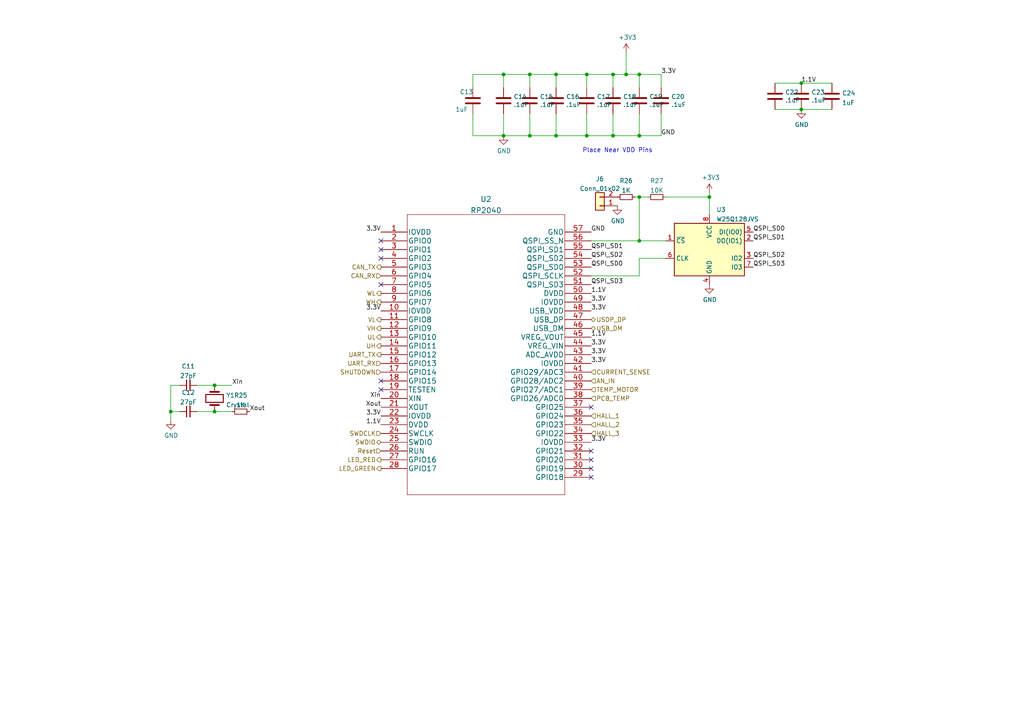
<source format=kicad_sch>
(kicad_sch (version 20211123) (generator eeschema)
  (paper "A4")
  (title_block (title "xESC BLDC Controller") (date "2021-12-01") (rev "2.0") (company "Clemens Elflein") (comment 1 "Creative Commons Attribution-NonCommercial-ShareAlike 4.0 International License.") (comment 2 "Licensed under "))
  (lib_symbols
    (symbol "Connector_Generic:Conn_01x02" (pin_names (offset 1.016) hide)
      (property "Reference" "J" (at 0 2.54 0))
      (property "Value" "Conn_01x02" (at 0 -5.08 0))
      (symbol "Conn_01x02_1_1"
        (rectangle (start -1.27 -2.413) (end 0 -2.667) (stroke (width 0.1524)))
        (rectangle (start -1.27 0.127) (end 0 -0.127) (stroke (width 0.1524)))
        (rectangle (start -1.27 1.27) (end 1.27 -3.81) (stroke (width 0.254)) (fill (type background)))
        (pin passive line (at -5.08 0 0) (length 3.81) (name "Pin_1") (number "1"))
        (pin passive line (at -5.08 -2.54 0) (length 3.81) (name "Pin_2") (number "2"))
      )
    )
    (symbol "Device:C" (pin_numbers hide) (pin_names (offset 0.254))
      (property "Reference" "C" (at 0.635 2.54 0))
      (property "Value" "C" (at 0.635 -2.54 0))
      (symbol "C_0_1"
        (polyline (pts (xy -2.032 -0.762) (xy 2.032 -0.762)) (stroke (width 0.508)))
        (polyline (pts (xy -2.032 0.762) (xy 2.032 0.762)) (stroke (width 0.508)))
      )
      (symbol "C_1_1"
        (pin passive line (at 0 3.81 270) (length 2.794) (name "~") (number "1"))
        (pin passive line (at 0 -3.81 90) (length 2.794) (name "~") (number "2"))
      )
    )
    (symbol "Device:C_Small" (pin_numbers hide) (pin_names (offset 0.254) hide)
      (property "Reference" "C" (at 0.254 1.778 0))
      (property "Value" "C_Small" (at 0.254 -2.032 0))
      (symbol "C_Small_0_1"
        (polyline (pts (xy -1.524 -0.508) (xy 1.524 -0.508)) (stroke (width 0.3302)))
        (polyline (pts (xy -1.524 0.508) (xy 1.524 0.508)) (stroke (width 0.3048)))
      )
      (symbol "C_Small_1_1"
        (pin passive line (at 0 2.54 270) (length 2.032) (name "~") (number "1"))
        (pin passive line (at 0 -2.54 90) (length 2.032) (name "~") (number "2"))
      )
    )
    (symbol "Device:Crystal" (pin_numbers hide) (pin_names (offset 1.016) hide)
      (property "Reference" "Y" (at 0 3.81 0))
      (property "Value" "Crystal" (at 0 -3.81 0))
      (symbol "Crystal_0_1"
        (rectangle (start -1.143 2.54) (end 1.143 -2.54) (stroke (width 0.3048)))
        (polyline (pts (xy -2.54 0) (xy -1.905 0)))
        (polyline (pts (xy -1.905 -1.27) (xy -1.905 1.27)) (stroke (width 0.508)))
        (polyline (pts (xy 1.905 -1.27) (xy 1.905 1.27)) (stroke (width 0.508)))
        (polyline (pts (xy 2.54 0) (xy 1.905 0)))
      )
      (symbol "Crystal_1_1"
        (pin passive line (at -3.81 0 0) (length 1.27) (name "1") (number "1"))
        (pin passive line (at 3.81 0 180) (length 1.27) (name "2") (number "2"))
      )
    )
    (symbol "Device:R_Small" (pin_numbers hide) (pin_names (offset 0.254) hide)
      (property "Reference" "R" (at 0.762 0.508 0))
      (property "Value" "R_Small" (at 0.762 -1.016 0))
      (symbol "R_Small_0_1"
        (rectangle (start -0.762 1.778) (end 0.762 -1.778) (stroke (width 0.2032)))
      )
      (symbol "R_Small_1_1"
        (pin passive line (at 0 2.54 270) (length 0.762) (name "~") (number "1"))
        (pin passive line (at 0 -2.54 90) (length 0.762) (name "~") (number "2"))
      )
    )
    (symbol "Memory_Flash:W25Q128JVS"
      (property "Reference" "U" (at -8.89 8.89 0))
      (property "Value" "W25Q128JVS" (at 7.62 8.89 0))
      (symbol "W25Q128JVS_0_1"
        (rectangle (start -10.16 7.62) (end 10.16 -7.62) (stroke (width 0.254)) (fill (type background)))
      )
      (symbol "W25Q128JVS_1_1"
        (pin input line (at -12.7 2.54 0) (length 2.54) (name "~{CS}") (number "1"))
        (pin bidirectional line (at 12.7 2.54 180) (length 2.54) (name "DO(IO1)") (number "2"))
        (pin bidirectional line (at 12.7 -2.54 180) (length 2.54) (name "IO2") (number "3"))
        (pin power_in line (at 0 -10.16 90) (length 2.54) (name "GND") (number "4"))
        (pin bidirectional line (at 12.7 5.08 180) (length 2.54) (name "DI(IO0)") (number "5"))
        (pin input line (at -12.7 -2.54 0) (length 2.54) (name "CLK") (number "6"))
        (pin bidirectional line (at 12.7 -5.08 180) (length 2.54) (name "IO3") (number "7"))
        (pin power_in line (at 0 10.16 270) (length 2.54) (name "VCC") (number "8"))
      )
    )
    (symbol "OpenMower:RP2040" (pin_names (offset 0.254))
      (property "Reference" "U" (at 30.48 10.16 0))
      (property "Value" "RP2040" (at 30.48 7.62 0))
      (symbol "RP2040_1_1"
        (polyline (pts (xy 7.62 -76.2) (xy 53.34 -76.2)) (stroke (width 0.127)))
        (polyline (pts (xy 7.62 5.08) (xy 7.62 -76.2)) (stroke (width 0.127)))
        (polyline (pts (xy 53.34 -76.2) (xy 53.34 5.08)) (stroke (width 0.127)))
        (polyline (pts (xy 53.34 5.08) (xy 7.62 5.08)) (stroke (width 0.127)))
        (pin power_in line (at 0 0 0) (length 7.62) (name "IOVDD") (number "1"))
        (pin power_in line (at 0 -22.86 0) (length 7.62) (name "IOVDD") (number "10"))
        (pin bidirectional line (at 0 -25.4 0) (length 7.62) (name "GPIO8") (number "11"))
        (pin bidirectional line (at 0 -27.94 0) (length 7.62) (name "GPIO9") (number "12"))
        (pin bidirectional line (at 0 -30.48 0) (length 7.62) (name "GPIO10") (number "13"))
        (pin bidirectional line (at 0 -33.02 0) (length 7.62) (name "GPIO11") (number "14"))
        (pin bidirectional line (at 0 -35.56 0) (length 7.62) (name "GPIO12") (number "15"))
        (pin bidirectional line (at 0 -38.1 0) (length 7.62) (name "GPIO13") (number "16"))
        (pin bidirectional line (at 0 -40.64 0) (length 7.62) (name "GPIO14") (number "17"))
        (pin bidirectional line (at 0 -43.18 0) (length 7.62) (name "GPIO15") (number "18"))
        (pin unspecified line (at 0 -45.72 0) (length 7.62) (name "TESTEN") (number "19"))
        (pin bidirectional line (at 0 -2.54 0) (length 7.62) (name "GPIO0") (number "2"))
        (pin unspecified line (at 0 -48.26 0) (length 7.62) (name "XIN") (number "20"))
        (pin output line (at 0 -50.8 0) (length 7.62) (name "XOUT") (number "21"))
        (pin power_in line (at 0 -53.34 0) (length 7.62) (name "IOVDD") (number "22"))
        (pin power_in line (at 0 -55.88 0) (length 7.62) (name "DVDD") (number "23"))
        (pin unspecified line (at 0 -58.42 0) (length 7.62) (name "SWCLK") (number "24"))
        (pin unspecified line (at 0 -60.96 0) (length 7.62) (name "SWDIO") (number "25"))
        (pin unspecified line (at 0 -63.5 0) (length 7.62) (name "RUN") (number "26"))
        (pin bidirectional line (at 0 -66.04 0) (length 7.62) (name "GPIO16") (number "27"))
        (pin bidirectional line (at 0 -68.58 0) (length 7.62) (name "GPIO17") (number "28"))
        (pin bidirectional line (at 60.96 -71.12 180) (length 7.62) (name "GPIO18") (number "29"))
        (pin bidirectional line (at 0 -5.08 0) (length 7.62) (name "GPIO1") (number "3"))
        (pin bidirectional line (at 60.96 -68.58 180) (length 7.62) (name "GPIO19") (number "30"))
        (pin bidirectional line (at 60.96 -66.04 180) (length 7.62) (name "GPIO20") (number "31"))
        (pin bidirectional line (at 60.96 -63.5 180) (length 7.62) (name "GPIO21") (number "32"))
        (pin power_in line (at 60.96 -60.96 180) (length 7.62) (name "IOVDD") (number "33"))
        (pin bidirectional line (at 60.96 -58.42 180) (length 7.62) (name "GPIO22") (number "34"))
        (pin bidirectional line (at 60.96 -55.88 180) (length 7.62) (name "GPIO23") (number "35"))
        (pin bidirectional line (at 60.96 -53.34 180) (length 7.62) (name "GPIO24") (number "36"))
        (pin bidirectional line (at 60.96 -50.8 180) (length 7.62) (name "GPIO25") (number "37"))
        (pin bidirectional line (at 60.96 -48.26 180) (length 7.62) (name "GPIO26/ADC0") (number "38"))
        (pin bidirectional line (at 60.96 -45.72 180) (length 7.62) (name "GPIO27/ADC1") (number "39"))
        (pin bidirectional line (at 0 -7.62 0) (length 7.62) (name "GPIO2") (number "4"))
        (pin bidirectional line (at 60.96 -43.18 180) (length 7.62) (name "GPIO28/ADC2") (number "40"))
        (pin bidirectional line (at 60.96 -40.64 180) (length 7.62) (name "GPIO29/ADC3") (number "41"))
        (pin power_in line (at 60.96 -38.1 180) (length 7.62) (name "IOVDD") (number "42"))
        (pin power_in line (at 60.96 -35.56 180) (length 7.62) (name "ADC_AVDD") (number "43"))
        (pin unspecified line (at 60.96 -33.02 180) (length 7.62) (name "VREG_VIN") (number "44"))
        (pin output line (at 60.96 -30.48 180) (length 7.62) (name "VREG_VOUT") (number "45"))
        (pin unspecified line (at 60.96 -27.94 180) (length 7.62) (name "USB_DM") (number "46"))
        (pin unspecified line (at 60.96 -25.4 180) (length 7.62) (name "USB_DP") (number "47"))
        (pin power_in line (at 60.96 -22.86 180) (length 7.62) (name "USB_VDD") (number "48"))
        (pin power_in line (at 60.96 -20.32 180) (length 7.62) (name "IOVDD") (number "49"))
        (pin bidirectional line (at 0 -10.16 0) (length 7.62) (name "GPIO3") (number "5"))
        (pin power_in line (at 60.96 -17.78 180) (length 7.62) (name "DVDD") (number "50"))
        (pin bidirectional line (at 60.96 -15.24 180) (length 7.62) (name "QSPI_SD3") (number "51"))
        (pin unspecified line (at 60.96 -12.7 180) (length 7.62) (name "QSPI_SCLK") (number "52"))
        (pin bidirectional line (at 60.96 -10.16 180) (length 7.62) (name "QSPI_SD0") (number "53"))
        (pin bidirectional line (at 60.96 -7.62 180) (length 7.62) (name "QSPI_SD2") (number "54"))
        (pin bidirectional line (at 60.96 -5.08 180) (length 7.62) (name "QSPI_SD1") (number "55"))
        (pin unspecified line (at 60.96 -2.54 180) (length 7.62) (name "QSPI_SS_N") (number "56"))
        (pin power_in line (at 60.96 0 180) (length 7.62) (name "GND") (number "57"))
        (pin bidirectional line (at 0 -12.7 0) (length 7.62) (name "GPIO4") (number "6"))
        (pin bidirectional line (at 0 -15.24 0) (length 7.62) (name "GPIO5") (number "7"))
        (pin bidirectional line (at 0 -17.78 0) (length 7.62) (name "GPIO6") (number "8"))
        (pin bidirectional line (at 0 -20.32 0) (length 7.62) (name "GPIO7") (number "9"))
      )
    )
    (symbol "power:+3.3V" (power) (pin_names (offset 0))
      (property "Value" "+3.3V" (at 0 3.556 0))
      (symbol "+3.3V_0_1"
        (polyline (pts (xy -0.762 1.27) (xy 0 2.54)))
        (polyline (pts (xy 0 0) (xy 0 2.54)))
        (polyline (pts (xy 0 2.54) (xy 0.762 1.27)))
      )
      (symbol "+3.3V_1_1"
        (pin power_in line (at 0 0 90) (length 0) hide (name "+3V3") (number "1"))
      )
    )
    (symbol "power:GND" (power) (pin_names (offset 0))
      (property "Value" "GND" (at 0 -3.81 0))
      (symbol "GND_0_1"
        (polyline (pts (xy 0 0) (xy 0 -1.27) (xy 1.27 -1.27) (xy 0 -2.54) (xy -1.27 -1.27) (xy 0 -1.27)))
      )
      (symbol "GND_1_1"
        (pin power_in line (at 0 0 270) (length 0) hide (name "GND") (number "1"))
      )
    )
  )
  (junction (at 153.67 21.59))
  (junction (at 232.41 24.13))
  (junction (at 62.23 111.76))
  (junction (at 185.42 39.37))
  (junction (at 205.74 57.15))
  (junction (at 146.05 39.37))
  (junction (at 161.29 21.59))
  (junction (at 185.42 21.59))
  (junction (at 177.8 21.59))
  (junction (at 181.61 21.59))
  (junction (at 49.53 119.38))
  (junction (at 170.18 39.37))
  (junction (at 161.29 39.37))
  (junction (at 232.41 31.75))
  (junction (at 153.67 39.37))
  (junction (at 62.23 119.38))
  (junction (at 185.42 57.15))
  (junction (at 146.05 21.59))
  (junction (at 185.42 69.85))
  (junction (at 170.18 21.59))
  (junction (at 177.8 39.37))
  (no_connect (at 110.49 110.49))
  (no_connect (at 171.45 130.81))
  (no_connect (at 171.45 118.11))
  (no_connect (at 110.49 72.39))
  (no_connect (at 110.49 74.93))
  (no_connect (at 110.49 69.85))
  (no_connect (at 110.49 82.55))
  (no_connect (at 110.49 113.03))
  (no_connect (at 171.45 138.43))
  (no_connect (at 171.45 135.89))
  (no_connect (at 171.45 133.35))
  (wire (pts (xy 185.42 74.93) (xy 185.42 80.01)))
  (wire (pts (xy 170.18 39.37) (xy 177.8 39.37)))
  (wire (pts (xy 185.42 57.15) (xy 187.96 57.15)))
  (wire (pts (xy 57.15 111.76) (xy 62.23 111.76)))
  (wire (pts (xy 153.67 21.59) (xy 161.29 21.59)))
  (wire (pts (xy 185.42 69.85) (xy 193.04 69.85)))
  (wire (pts (xy 184.15 57.15) (xy 185.42 57.15)))
  (wire (pts (xy 170.18 25.4) (xy 170.18 21.59)))
  (wire (pts (xy 205.74 57.15) (xy 205.74 62.23)))
  (wire (pts (xy 146.05 21.59) (xy 137.16 21.59)))
  (wire (pts (xy 153.67 25.4) (xy 153.67 21.59)))
  (wire (pts (xy 185.42 25.4) (xy 185.42 21.59)))
  (wire (pts (xy 153.67 39.37) (xy 161.29 39.37)))
  (wire (pts (xy 49.53 111.76) (xy 49.53 119.38)))
  (wire (pts (xy 232.41 31.75) (xy 241.3 31.75)))
  (wire (pts (xy 185.42 80.01) (xy 171.45 80.01)))
  (wire (pts (xy 193.04 74.93) (xy 185.42 74.93)))
  (wire (pts (xy 193.04 57.15) (xy 205.74 57.15)))
  (wire (pts (xy 185.42 57.15) (xy 185.42 69.85)))
  (wire (pts (xy 170.18 33.02) (xy 170.18 39.37)))
  (wire (pts (xy 181.61 15.24) (xy 181.61 21.59)))
  (wire (pts (xy 49.53 119.38) (xy 52.07 119.38)))
  (wire (pts (xy 161.29 21.59) (xy 170.18 21.59)))
  (wire (pts (xy 232.41 24.13) (xy 241.3 24.13)))
  (wire (pts (xy 153.67 33.02) (xy 153.67 39.37)))
  (wire (pts (xy 49.53 119.38) (xy 49.53 121.92)))
  (wire (pts (xy 185.42 39.37) (xy 191.77 39.37)))
  (wire (pts (xy 191.77 21.59) (xy 191.77 25.4)))
  (wire (pts (xy 224.79 31.75) (xy 232.41 31.75)))
  (wire (pts (xy 161.29 33.02) (xy 161.29 39.37)))
  (wire (pts (xy 146.05 25.4) (xy 146.05 21.59)))
  (wire (pts (xy 224.79 24.13) (xy 232.41 24.13)))
  (wire (pts (xy 137.16 39.37) (xy 146.05 39.37)))
  (wire (pts (xy 185.42 33.02) (xy 185.42 39.37)))
  (wire (pts (xy 181.61 21.59) (xy 185.42 21.59)))
  (wire (pts (xy 161.29 25.4) (xy 161.29 21.59)))
  (wire (pts (xy 146.05 21.59) (xy 153.67 21.59)))
  (wire (pts (xy 177.8 39.37) (xy 177.8 33.02)))
  (wire (pts (xy 137.16 21.59) (xy 137.16 25.4)))
  (wire (pts (xy 146.05 33.02) (xy 146.05 39.37)))
  (wire (pts (xy 191.77 39.37) (xy 191.77 33.02)))
  (wire (pts (xy 205.74 57.15) (xy 205.74 55.88)))
  (wire (pts (xy 62.23 119.38) (xy 67.31 119.38)))
  (wire (pts (xy 177.8 25.4) (xy 177.8 21.59)))
  (wire (pts (xy 146.05 39.37) (xy 153.67 39.37)))
  (wire (pts (xy 185.42 21.59) (xy 191.77 21.59)))
  (wire (pts (xy 171.45 69.85) (xy 185.42 69.85)))
  (wire (pts (xy 62.23 111.76) (xy 67.31 111.76)))
  (wire (pts (xy 170.18 21.59) (xy 177.8 21.59)))
  (wire (pts (xy 161.29 39.37) (xy 170.18 39.37)))
  (wire (pts (xy 57.15 119.38) (xy 62.23 119.38)))
  (wire (pts (xy 137.16 33.02) (xy 137.16 39.37)))
  (wire (pts (xy 177.8 21.59) (xy 181.61 21.59)))
  (wire (pts (xy 52.07 111.76) (xy 49.53 111.76)))
  (wire (pts (xy 177.8 39.37) (xy 185.42 39.37)))
  (text "Place Near VDD Pins" (at 168.91 44.45 0) (effects (font (size 1.27 1.27)) (justify left bottom)))
  (label "QSPI_SD1" (at 171.45 72.39 0))
  (label "QSPI_SD2" (at 218.44 74.93 0))
  (label "QSPI_SD1" (at 218.44 69.85 0))
  (label "3.3V" (at 110.49 67.31 180))
  (label "QSPI_SD3" (at 218.44 77.47 0))
  (label "Xout" (at 110.49 118.11 180))
  (label "3.3V" (at 171.45 105.41 0))
  (label "Xin" (at 110.49 115.57 180))
  (label "GND" (at 171.45 67.31 0))
  (label "3.3V" (at 171.45 102.87 0))
  (label "1.1V" (at 232.41 24.13 0))
  (label "3.3V" (at 110.49 90.17 180))
  (label "3.3V" (at 110.49 120.65 180))
  (label "3.3V" (at 171.45 90.17 0))
  (label "QSPI_SD0" (at 218.44 67.31 0))
  (label "Xout" (at 72.39 119.38 0))
  (label "QSPI_SD2" (at 171.45 74.93 0))
  (label "QSPI_SD0" (at 171.45 77.47 0))
  (label "1.1V" (at 171.45 97.79 0))
  (label "3.3V" (at 171.45 128.27 0))
  (label "1.1V" (at 171.45 85.09 0))
  (label "GND" (at 191.77 39.37 0))
  (label "3.3V" (at 191.77 21.59 0))
  (label "1.1V" (at 110.49 123.19 180))
  (label "3.3V" (at 171.45 87.63 0))
  (label "3.3V" (at 171.45 100.33 0))
  (label "Xin" (at 67.31 111.76 0))
  (label "QSPI_SD3" (at 171.45 82.55 0))
  (hierarchical_label "CAN_TX" (shape output) (at 110.49 77.47 180))
  (hierarchical_label "USDP_DP" (shape bidirectional) (at 171.45 92.71 0))
  (hierarchical_label "UART_RX" (shape input) (at 110.49 105.41 180))
  (hierarchical_label "CAN_RX" (shape input) (at 110.49 80.01 180))
  (hierarchical_label "TEMP_MOTOR" (shape input) (at 171.45 113.03 0))
  (hierarchical_label "UL" (shape output) (at 110.49 97.79 180))
  (hierarchical_label "Reset" (shape input) (at 110.49 130.81 180))
  (hierarchical_label "VH" (shape output) (at 110.49 95.25 180))
  (hierarchical_label "SWDCLK" (shape input) (at 110.49 125.73 180))
  (hierarchical_label "WH" (shape output) (at 110.49 87.63 180))
  (hierarchical_label "AN_IN" (shape input) (at 171.45 110.49 0))
  (hierarchical_label "PCB_TEMP" (shape input) (at 171.45 115.57 0))
  (hierarchical_label "HALL_1" (shape input) (at 171.45 120.65 0))
  (hierarchical_label "USB_DM" (shape bidirectional) (at 171.45 95.25 0))
  (hierarchical_label "UART_TX" (shape output) (at 110.49 102.87 180))
  (hierarchical_label "SWDIO" (shape bidirectional) (at 110.49 128.27 180))
  (hierarchical_label "CURRENT_SENSE" (shape input) (at 171.45 107.95 0))
  (hierarchical_label "SHUTDOWN" (shape input) (at 110.49 107.95 180))
  (hierarchical_label "UH" (shape output) (at 110.49 100.33 180))
  (hierarchical_label "WL" (shape output) (at 110.49 85.09 180))
  (hierarchical_label "LED_RED" (shape output) (at 110.49 133.35 180))
  (hierarchical_label "HALL_2" (shape input) (at 171.45 123.19 0))
  (hierarchical_label "VL" (shape output) (at 110.49 92.71 180))
  (hierarchical_label "LED_GREEN" (shape output) (at 110.49 135.89 180))
  (hierarchical_label "HALL_3" (shape input) (at 171.45 125.73 0))
  (symbol (lib_id "Device:C") (at 170.18 29.21 0) (unit 1)
    (property "Reference" "C17" (at 173.101 28.0416 0) (effects (justify left)))
    (property "Value" ".1uF" (at 173.101 30.353 0) (effects (justify left)))
    (property "Footprint" "Capacitor_SMD:C_0603_1608Metric" (effects hide))
    (property "Digikey" "490-1331-1-ND" (effects hide))
    (property "Part Number" "CL10B104KC8NNNC" (effects hide))
    (property "Stock_PN" "C-603-.1uF-100V-X7R" (effects hide))
  )
  (symbol (lib_id "Device:C") (at 177.8 29.21 0) (unit 1)
    (property "Reference" "C18" (at 180.721 28.0416 0) (effects (justify left)))
    (property "Value" ".1uF" (at 180.721 30.353 0) (effects (justify left)))
    (property "Footprint" "Capacitor_SMD:C_0603_1608Metric" (effects hide))
    (property "Digikey" "490-1331-1-ND" (effects hide))
    (property "Part Number" "CL10B104KC8NNNC" (effects hide))
    (property "Stock_PN" "C-603-.1uF-100V-X7R" (effects hide))
  )
  (symbol (lib_id "Device:C") (at 185.42 29.21 0) (unit 1)
    (property "Reference" "C19" (at 188.341 28.0416 0) (effects (justify left)))
    (property "Value" ".1uF" (at 188.341 30.353 0) (effects (justify left)))
    (property "Footprint" "Capacitor_SMD:C_0603_1608Metric" (effects hide))
    (property "Digikey" "490-1331-1-ND" (effects hide))
    (property "Part Number" "CL10B104KC8NNNC" (effects hide))
    (property "Stock_PN" "C-603-.1uF-100V-X7R" (effects hide))
  )
  (symbol (lib_id "Device:C") (at 191.77 29.21 0) (unit 1)
    (property "Reference" "C20" (at 194.691 28.0416 0) (effects (justify left)))
    (property "Value" ".1uF" (at 194.691 30.353 0) (effects (justify left)))
    (property "Footprint" "Capacitor_SMD:C_0603_1608Metric" (effects hide))
    (property "Digikey" "490-1331-1-ND" (effects hide))
    (property "Part Number" "CL10B104KC8NNNC" (effects hide))
    (property "Stock_PN" "C-603-.1uF-100V-X7R" (effects hide))
  )
  (symbol (lib_id "power:+3.3V") (at 181.61 15.24 0) (unit 1)
    (property "Reference" "#PWR020" (effects hide))
    (property "Value" "+3.3V" (at 181.991 10.8458 0))
  )
  (symbol (lib_id "power:GND") (at 146.05 39.37 0) (unit 1)
    (property "Reference" "#PWR018" (effects hide))
    (property "Value" "GND" (at 146.177 43.7642 0))
  )
  (symbol (lib_id "Device:C") (at 224.79 27.94 0) (unit 1)
    (property "Reference" "C22" (at 227.711 26.7716 0) (effects (justify left)))
    (property "Value" ".1uF" (at 227.711 29.083 0) (effects (justify left)))
    (property "Footprint" "Capacitor_SMD:C_0603_1608Metric" (effects hide))
    (property "Digikey" "490-1331-1-ND" (effects hide))
    (property "Part Number" "CL10B104KC8NNNC" (effects hide))
    (property "Stock_PN" "C-603-.1uF-100V-X7R" (effects hide))
  )
  (symbol (lib_id "power:GND") (at 232.41 31.75 0) (unit 1)
    (property "Reference" "#PWR024" (effects hide))
    (property "Value" "GND" (at 232.537 36.1442 0))
  )
  (symbol (lib_id "OpenMower:RP2040") (at 110.49 67.31 0) (unit 1)
    (property "Reference" "U2" (at 140.97 57.7626 0) (effects (font (size 1.524 1.524))))
    (property "Value" "RP2040" (at 140.97 61.0416 0) (effects (font (size 1.524 1.524))))
    (property "Footprint" "xESC2:RP2040" (effects hide))
  )
  (symbol (lib_id "Memory_Flash:W25Q128JVS") (at 205.74 72.39 0) (unit 1)
    (property "Reference" "U3" (at 207.7594 60.8035 0) (effects (justify left)))
    (property "Value" "W25Q128JVS" (at 207.7594 63.5786 0) (effects (justify left)))
    (property "Footprint" "Package_SO:SOIC-8_5.23x5.23mm_P1.27mm" (effects hide))
    (property "Datasheet" "http://www.winbond.com/resource-files/w25q128jv_dtr%20revc%2003272018%20plus.pdf" (effects hide))
  )
  (symbol (lib_id "Device:Crystal") (at 62.23 115.57 270) (unit 1)
    (property "Reference" "Y1" (at 65.5574 114.6615 90) (effects (justify left)))
    (property "Value" "Crystal" (at 65.5574 117.4366 90) (effects (justify left)))
    (property "Footprint" "Crystal:Crystal_SMD_3225-4Pin_3.2x2.5mm" (effects hide))
  )
  (symbol (lib_id "Device:C") (at 146.05 29.21 0) (unit 1)
    (property "Reference" "C14" (at 148.971 28.0416 0) (effects (justify left)))
    (property "Value" ".1uF" (at 148.971 30.353 0) (effects (justify left)))
    (property "Footprint" "Capacitor_SMD:C_0603_1608Metric" (effects hide))
    (property "Digikey" "490-1331-1-ND" (effects hide))
    (property "Part Number" "CL10B104KC8NNNC" (effects hide))
    (property "Stock_PN" "C-603-.1uF-100V-X7R" (effects hide))
  )
  (symbol (lib_id "power:+3.3V") (at 205.74 55.88 0) (unit 1)
    (property "Reference" "#PWR022" (effects hide))
    (property "Value" "+3.3V" (at 206.121 51.4858 0))
  )
  (symbol (lib_id "Connector_Generic:Conn_01x02") (at 173.99 59.69 180) (unit 1)
    (property "Reference" "J6" (at 173.99 51.9135 0))
    (property "Value" "Conn_01x02" (at 173.99 54.6886 0))
    (property "Footprint" "Connector_PinHeader_2.54mm:PinHeader_1x02_P2.54mm_Vertical" (effects hide))
  )
  (symbol (lib_id "power:GND") (at 205.74 82.55 0) (unit 1)
    (property "Reference" "#PWR023" (effects hide))
    (property "Value" "GND" (at 205.867 86.9442 0))
  )
  (symbol (lib_id "Device:C") (at 232.41 27.94 0) (unit 1)
    (property "Reference" "C23" (at 235.331 26.7716 0) (effects (justify left)))
    (property "Value" ".1uF" (at 235.331 29.083 0) (effects (justify left)))
    (property "Footprint" "Capacitor_SMD:C_0603_1608Metric" (effects hide))
    (property "Digikey" "490-1331-1-ND" (effects hide))
    (property "Part Number" "CL10B104KC8NNNC" (effects hide))
    (property "Stock_PN" "C-603-.1uF-100V-X7R" (effects hide))
  )
  (symbol (lib_id "Device:C_Small") (at 54.61 111.76 90) (unit 1)
    (property "Reference" "C11" (at 54.6163 106.2314 90))
    (property "Value" "27pF" (at 54.6163 109.0065 90))
    (property "Footprint" "Capacitor_SMD:C_0603_1608Metric" (effects hide))
  )
  (symbol (lib_id "Device:C") (at 161.29 29.21 0) (unit 1)
    (property "Reference" "C16" (at 164.211 28.0416 0) (effects (justify left)))
    (property "Value" ".1uF" (at 164.211 30.353 0) (effects (justify left)))
    (property "Footprint" "Capacitor_SMD:C_0603_1608Metric" (effects hide))
    (property "Digikey" "490-1331-1-ND" (effects hide))
    (property "Part Number" "CL10B104KC8NNNC" (effects hide))
    (property "Stock_PN" "C-603-.1uF-100V-X7R" (effects hide))
  )
  (symbol (lib_id "Device:C") (at 241.3 27.94 0) (unit 1)
    (property "Reference" "C24" (at 244.221 27.0315 0) (effects (justify left)))
    (property "Value" "1uF" (at 244.221 29.8066 0) (effects (justify left)))
    (property "Footprint" "Capacitor_SMD:C_0603_1608Metric" (effects hide))
  )
  (symbol (lib_id "Device:R_Small") (at 181.61 57.15 90) (unit 1)
    (property "Reference" "R26" (at 181.61 52.4469 90))
    (property "Value" "1K" (at 181.61 55.222 90))
    (property "Footprint" "Resistor_SMD:R_0603_1608Metric" (effects hide))
  )
  (symbol (lib_id "Device:C") (at 137.16 29.21 0) (unit 1)
    (property "Reference" "C13" (at 133.35 26.67 0) (effects (justify left)))
    (property "Value" "1uF" (at 132.08 31.75 0) (effects (justify left)))
    (property "Footprint" "Capacitor_SMD:C_0603_1608Metric" (effects hide))
  )
  (symbol (lib_id "Device:R_Small") (at 69.85 119.38 90) (unit 1)
    (property "Reference" "R25" (at 69.85 114.6769 90))
    (property "Value" "1K" (at 69.85 117.452 90))
    (property "Footprint" "Resistor_SMD:R_0603_1608Metric" (effects hide))
  )
  (symbol (lib_id "power:GND") (at 179.07 59.69 0) (unit 1)
    (property "Reference" "#PWR019" (effects hide))
    (property "Value" "GND" (at 179.197 64.0842 0))
  )
  (symbol (lib_id "Device:C") (at 153.67 29.21 0) (unit 1)
    (property "Reference" "C15" (at 156.591 28.0416 0) (effects (justify left)))
    (property "Value" ".1uF" (at 156.591 30.353 0) (effects (justify left)))
    (property "Footprint" "Capacitor_SMD:C_0603_1608Metric" (effects hide))
    (property "Digikey" "490-1331-1-ND" (effects hide))
    (property "Part Number" "CL10B104KC8NNNC" (effects hide))
    (property "Stock_PN" "C-603-.1uF-100V-X7R" (effects hide))
  )
  (symbol (lib_id "power:GND") (at 49.53 121.92 0) (unit 1)
    (property "Reference" "#PWR017" (effects hide))
    (property "Value" "GND" (at 49.657 126.3142 0))
  )
  (symbol (lib_id "Device:C_Small") (at 54.61 119.38 90) (unit 1)
    (property "Reference" "C12" (at 54.6163 113.8514 90))
    (property "Value" "27pF" (at 54.6163 116.6265 90))
    (property "Footprint" "Capacitor_SMD:C_0603_1608Metric" (effects hide))
  )
  (symbol (lib_id "Device:R_Small") (at 190.5 57.15 90) (unit 1)
    (property "Reference" "R27" (at 190.5 52.4469 90))
    (property "Value" "10K" (at 190.5 55.222 90))
    (property "Footprint" "Resistor_SMD:R_0603_1608Metric" (effects hide))
    (property "Digikey" "RC0603FR-0710KL" (effects hide))
    (property "Part Number" "311-10.0KHRCT-ND" (effects hide))
    (property "Stock_PN" "R-603-10K-.1W-1%" (effects hide))
  )
)
</source>
